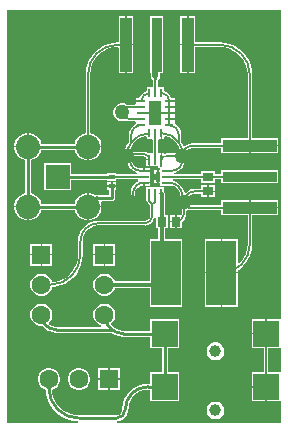
<source format=gtl>
G04*
G04 #@! TF.GenerationSoftware,Altium Limited,Altium Designer,24.1.2 (44)*
G04*
G04 Layer_Physical_Order=1*
G04 Layer_Color=255*
%FSLAX44Y44*%
%MOMM*%
G71*
G04*
G04 #@! TF.SameCoordinates,CE4EC833-A4B3-435F-913A-33A71637FA1F*
G04*
G04*
G04 #@! TF.FilePolarity,Positive*
G04*
G01*
G75*
%ADD13C,0.2540*%
%ADD15R,1.0000X4.5600*%
%ADD16R,0.8500X4.5600*%
%ADD17R,0.7500X0.9000*%
%ADD18R,2.2000X2.2000*%
%ADD19R,0.9906X2.0066*%
%ADD20R,0.2032X0.7112*%
%ADD21R,0.7112X0.2032*%
%ADD22R,0.3048X0.8128*%
%ADD23R,0.8128X0.2794*%
%ADD24R,0.2794X0.8128*%
%ADD25R,0.2794X1.0160*%
%ADD26R,0.5000X0.4000*%
%ADD27R,2.5022X5.5031*%
%ADD28R,0.9200X0.7400*%
%ADD29R,4.5600X1.0000*%
%ADD30R,4.5600X0.8500*%
%ADD42C,0.1270*%
%ADD43C,0.3048*%
%ADD44C,0.5080*%
%ADD45C,0.2032*%
%ADD46C,0.1778*%
%ADD47R,1.6000X1.6000*%
%ADD48C,1.6000*%
%ADD49C,1.0000*%
%ADD50C,2.0500*%
%ADD51R,2.0500X2.0500*%
%ADD52R,1.6000X1.6000*%
%ADD53C,1.2700*%
%ADD54C,0.5080*%
G36*
X796290Y844191D02*
X796950Y844191D01*
X797560Y843173D01*
Y824748D01*
X796950Y823731D01*
X796290Y823731D01*
X786622D01*
Y844191D01*
X796290D01*
D02*
G37*
G36*
X797560Y869748D02*
X796950Y868731D01*
X796290Y868731D01*
X785315D01*
Y856461D01*
X784680D01*
Y855826D01*
X772410D01*
Y844191D01*
X782738D01*
Y823731D01*
X772410D01*
Y812096D01*
X784680D01*
Y811461D01*
X785315D01*
Y799191D01*
X796290D01*
X796950Y799191D01*
X797560Y798173D01*
Y781050D01*
X658609D01*
X658526Y782320D01*
X660512Y782581D01*
X662984Y783605D01*
X665106Y785234D01*
X666735Y787356D01*
X667758Y789828D01*
X668108Y792480D01*
X668108D01*
X668190Y793716D01*
X668383Y795678D01*
X669316Y798753D01*
X670831Y801587D01*
X672869Y804071D01*
X675353Y806110D01*
X678188Y807625D01*
X681263Y808558D01*
X684455Y808872D01*
X684461Y808871D01*
X686410D01*
Y799191D01*
X710950D01*
Y823731D01*
X701270D01*
Y844191D01*
X710950D01*
Y868731D01*
X686410D01*
Y859051D01*
X663729D01*
X663614Y859028D01*
X660241Y859472D01*
X656991Y860818D01*
X654199Y862960D01*
X653224Y864230D01*
X653392Y865072D01*
X655118Y866798D01*
X656338Y868912D01*
X656970Y871270D01*
Y873710D01*
X656338Y876068D01*
X655118Y878182D01*
X653392Y879908D01*
X651278Y881128D01*
X648920Y881760D01*
X646480D01*
X644122Y881128D01*
X642008Y879908D01*
X640282Y878182D01*
X639062Y876068D01*
X638430Y873710D01*
Y871270D01*
X639062Y868912D01*
X640282Y866798D01*
X642008Y865072D01*
X644122Y863852D01*
X644876Y863650D01*
X644709Y862380D01*
X607060D01*
X607032Y862374D01*
X604441Y862715D01*
X602000Y863726D01*
X600900Y864570D01*
X600817Y865837D01*
X601778Y866798D01*
X602998Y868912D01*
X603630Y871270D01*
Y873710D01*
X602998Y876068D01*
X601778Y878182D01*
X600052Y879908D01*
X597938Y881128D01*
X595580Y881760D01*
X593140D01*
X590782Y881128D01*
X588668Y879908D01*
X586942Y878182D01*
X585722Y876068D01*
X585090Y873710D01*
Y871270D01*
X585722Y868912D01*
X586942Y866798D01*
X588668Y865072D01*
X590782Y863852D01*
X593140Y863220D01*
X594953D01*
X596231Y861662D01*
X598552Y859757D01*
X601200Y858342D01*
X604072Y857470D01*
X607060Y857176D01*
Y857200D01*
X653089D01*
X653363Y856976D01*
X656589Y855251D01*
X660089Y854190D01*
X663729Y853831D01*
Y853871D01*
X686410D01*
Y844191D01*
X696090D01*
Y823731D01*
X686410D01*
Y814051D01*
X684461D01*
Y814105D01*
X680242Y813689D01*
X676185Y812459D01*
X672447Y810461D01*
X669170Y807771D01*
X666480Y804494D01*
X664482Y800755D01*
X663251Y796699D01*
X662836Y792480D01*
X662836D01*
X662671Y791278D01*
X662526Y790547D01*
X661431Y788909D01*
X659793Y787814D01*
X657910Y787440D01*
X657860Y787450D01*
X626110D01*
X626000Y787428D01*
X621654Y787856D01*
X617368Y789156D01*
X613419Y791267D01*
X609958Y794108D01*
X607117Y797569D01*
X605006Y801518D01*
X603706Y805804D01*
X603391Y809001D01*
X604288Y809242D01*
X606402Y810462D01*
X608128Y812188D01*
X609348Y814302D01*
X609980Y816660D01*
Y819100D01*
X609348Y821458D01*
X608128Y823572D01*
X606402Y825298D01*
X604288Y826518D01*
X601930Y827150D01*
X599490D01*
X597132Y826518D01*
X595018Y825298D01*
X593292Y823572D01*
X592072Y821458D01*
X591440Y819100D01*
Y816660D01*
X592072Y814302D01*
X593292Y812188D01*
X595018Y810462D01*
X597132Y809242D01*
X598186Y808959D01*
X598429Y805876D01*
X599455Y801599D01*
X601138Y797536D01*
X603436Y793786D01*
X606292Y790442D01*
X609636Y787586D01*
X613386Y785288D01*
X617449Y783605D01*
X621726Y782579D01*
X625012Y782320D01*
X624963Y781050D01*
X565150D01*
Y1130300D01*
X797560D01*
Y869748D01*
D02*
G37*
%LPC*%
G36*
X717715Y1125160D02*
X712080D01*
Y1101725D01*
X717715D01*
Y1125160D01*
D02*
G37*
G36*
X672220D02*
X666585D01*
Y1101725D01*
X672220D01*
Y1125160D01*
D02*
G37*
G36*
X717715Y1100455D02*
X712080D01*
Y1077020D01*
X717715D01*
Y1100455D01*
D02*
G37*
G36*
X672220D02*
X666585D01*
Y1077020D01*
X672220D01*
Y1100455D01*
D02*
G37*
G36*
X665315Y1125160D02*
X659680D01*
Y1104122D01*
X659130Y1103079D01*
X654845Y1102742D01*
X650666Y1101739D01*
X646695Y1100094D01*
X643031Y1097849D01*
X639763Y1095057D01*
X636972Y1091789D01*
X634726Y1088124D01*
X633081Y1084154D01*
X632078Y1079975D01*
X631741Y1075690D01*
X631788D01*
Y1026136D01*
X629283Y1025465D01*
X626657Y1023948D01*
X624512Y1021803D01*
X622995Y1019176D01*
X622498Y1017320D01*
X594162D01*
X593665Y1019176D01*
X592148Y1021803D01*
X590003Y1023948D01*
X587377Y1025465D01*
X584447Y1026250D01*
X583565D01*
Y1014730D01*
X582930D01*
Y1014095D01*
X571410D01*
Y1013213D01*
X572195Y1010284D01*
X573712Y1007657D01*
X575857Y1005512D01*
X578484Y1003995D01*
X580340Y1003498D01*
Y975162D01*
X578484Y974665D01*
X575857Y973148D01*
X573712Y971003D01*
X572195Y968376D01*
X571410Y965447D01*
Y964565D01*
X582930D01*
Y963930D01*
X583565D01*
Y952410D01*
X584447D01*
X587377Y953195D01*
X590003Y954712D01*
X592148Y956857D01*
X593665Y959483D01*
X594162Y961340D01*
X622498D01*
X622995Y959483D01*
X624512Y956857D01*
X626657Y954712D01*
X629283Y953195D01*
X632213Y952410D01*
X633095D01*
Y963930D01*
Y975450D01*
X632213D01*
X629283Y974665D01*
X626657Y973148D01*
X624512Y971003D01*
X622995Y968376D01*
X622498Y966520D01*
X594162D01*
X593665Y968376D01*
X592148Y971003D01*
X590003Y973148D01*
X587377Y974665D01*
X585520Y975162D01*
Y1003498D01*
X587377Y1003995D01*
X590003Y1005512D01*
X592148Y1007657D01*
X593665Y1010284D01*
X594162Y1012140D01*
X622498D01*
X622995Y1010284D01*
X624512Y1007657D01*
X626657Y1005512D01*
X629283Y1003995D01*
X632213Y1003210D01*
X633095D01*
Y1014730D01*
X633730D01*
Y1015365D01*
X645250D01*
Y1016247D01*
X644465Y1019176D01*
X642948Y1021803D01*
X640803Y1023948D01*
X638176Y1025465D01*
X635672Y1026136D01*
Y1075690D01*
X635657Y1075769D01*
X636100Y1080271D01*
X637436Y1084676D01*
X639606Y1088735D01*
X642526Y1092294D01*
X646085Y1095214D01*
X650144Y1097384D01*
X654549Y1098720D01*
X658410Y1099100D01*
X659680Y1098169D01*
Y1077020D01*
X665315D01*
Y1101090D01*
Y1125160D01*
D02*
G37*
G36*
X724620D02*
X718985D01*
Y1101090D01*
Y1077020D01*
X724620D01*
Y1099148D01*
X745490D01*
X745569Y1099163D01*
X750071Y1098720D01*
X754476Y1097384D01*
X758535Y1095214D01*
X762094Y1092294D01*
X765014Y1088735D01*
X767184Y1084676D01*
X768520Y1080271D01*
X768963Y1075769D01*
X768948Y1075690D01*
Y1021800D01*
X746820D01*
Y1017472D01*
X722160D01*
Y1017524D01*
X719465Y1017169D01*
X716953Y1016129D01*
X715780Y1015229D01*
X714310Y1015702D01*
X714235Y1015950D01*
X712696Y1018828D01*
Y1025082D01*
X712744D01*
X712406Y1027651D01*
X711414Y1030045D01*
X709837Y1032101D01*
X707781Y1033678D01*
X707644Y1033735D01*
Y1035304D01*
X707644D01*
Y1035812D01*
X707644D01*
Y1037463D01*
X702818D01*
Y1038733D01*
X707644D01*
Y1040384D01*
X707644D01*
Y1040892D01*
X707644D01*
Y1042543D01*
X702818D01*
Y1043813D01*
X707644D01*
Y1045464D01*
X707644D01*
Y1045972D01*
X707644D01*
Y1047623D01*
X702818D01*
Y1048893D01*
X707644D01*
Y1050544D01*
X707644D01*
Y1051052D01*
X707644D01*
Y1052703D01*
X702818D01*
Y1053973D01*
X707644D01*
Y1055624D01*
X704498D01*
X704497Y1055626D01*
X703615Y1057757D01*
X702210Y1059588D01*
X700379Y1060993D01*
X698248Y1061875D01*
X698246Y1061876D01*
Y1065022D01*
X696595D01*
Y1060196D01*
X695325D01*
Y1065022D01*
X693674D01*
X693211Y1066100D01*
Y1070796D01*
X693273Y1070889D01*
X693398Y1071520D01*
X693627Y1071673D01*
X694469Y1072933D01*
X694765Y1074420D01*
Y1077020D01*
X697670D01*
Y1125160D01*
X686630D01*
Y1077020D01*
X686995D01*
Y1074420D01*
X687291Y1072933D01*
X688133Y1071673D01*
X688362Y1071520D01*
X688487Y1070889D01*
X688549Y1070796D01*
Y1066100D01*
X688086Y1065022D01*
X687279Y1065022D01*
X686435D01*
Y1060196D01*
X685165D01*
Y1065022D01*
X683514D01*
Y1061876D01*
X683512Y1061875D01*
X681381Y1060993D01*
X679550Y1059588D01*
X678146Y1057757D01*
X677263Y1055626D01*
X677262Y1055624D01*
X674116D01*
Y1053973D01*
X678942D01*
Y1052703D01*
X674116D01*
Y1051814D01*
X674116Y1051052D01*
X673199Y1050200D01*
X667337D01*
X667258Y1050246D01*
Y1050285D01*
X667208Y1050275D01*
X665881Y1051041D01*
X663943Y1051560D01*
X661937D01*
X659999Y1051041D01*
X658261Y1050038D01*
X656842Y1048619D01*
X655839Y1046881D01*
X655320Y1044943D01*
Y1042937D01*
X655839Y1040999D01*
X656842Y1039261D01*
X658261Y1037842D01*
X659999Y1036839D01*
X661937Y1036320D01*
X663943D01*
X665760Y1036807D01*
X666760Y1036392D01*
X668782Y1036126D01*
Y1036156D01*
X673199D01*
X674116Y1035304D01*
X674116Y1034542D01*
Y1033772D01*
X673754Y1033622D01*
X671605Y1031973D01*
X669956Y1029824D01*
X668920Y1027321D01*
X668566Y1024636D01*
X668618D01*
Y1019205D01*
X668292Y1018808D01*
X666346Y1015168D01*
X665148Y1011218D01*
X664744Y1007110D01*
X664808D01*
X664956Y1006367D01*
X665377Y1005737D01*
X666007Y1005315D01*
X666750Y1005168D01*
X667178Y1004523D01*
X667291Y1003300D01*
X667291D01*
X667665Y1000461D01*
X668761Y997816D01*
X670503Y995545D01*
X672775Y993802D01*
X675420Y992706D01*
X675108Y991531D01*
X657820D01*
Y992600D01*
X650280D01*
Y991920D01*
X619850D01*
Y1000850D01*
X596810D01*
Y977810D01*
X619850D01*
Y986740D01*
X650280D01*
Y986060D01*
X657820D01*
Y987129D01*
X676021D01*
Y984966D01*
X675591Y984788D01*
X673203Y982956D01*
X671371Y980568D01*
X670219Y977788D01*
X669826Y974804D01*
X669888D01*
Y972820D01*
X670035Y972077D01*
X670457Y971447D01*
X671087Y971025D01*
X671830Y970878D01*
X672573Y971025D01*
X673203Y971447D01*
X673624Y972077D01*
X673772Y972820D01*
Y974804D01*
X673797D01*
X674055Y976760D01*
X674810Y978583D01*
X676011Y980148D01*
X677576Y981349D01*
X678332Y981662D01*
X680720D01*
Y984329D01*
X681355D01*
Y984964D01*
X686689D01*
Y986663D01*
Y993696D01*
X681355D01*
Y994331D01*
X680720D01*
Y996998D01*
X676021D01*
Y996998D01*
X675763Y996826D01*
X674760Y997241D01*
X673311Y998353D01*
X672199Y999802D01*
X671500Y1001489D01*
X671262Y1003300D01*
X671232D01*
X671085Y1004043D01*
X670663Y1004673D01*
X670033Y1005095D01*
X669665Y1005168D01*
X669790Y1006438D01*
X681307D01*
Y1006398D01*
X682298Y1006201D01*
X683138Y1005639D01*
X683212Y1005529D01*
Y1004443D01*
X685244D01*
Y1009142D01*
X684982D01*
X683834Y1009909D01*
X681307Y1010412D01*
Y1010322D01*
X670318D01*
X669376Y1011592D01*
X670001Y1013654D01*
X671582Y1016610D01*
X672173Y1017331D01*
X673708Y1019202D01*
X676300Y1021328D01*
X679256Y1022909D01*
X682244Y1023815D01*
X683093Y1023421D01*
X683514Y1023040D01*
Y1021334D01*
X685165D01*
Y1026160D01*
X686435D01*
Y1021334D01*
X688086D01*
X688938Y1020417D01*
Y1009142D01*
X686514D01*
Y1003808D01*
Y998474D01*
X693214D01*
Y996442D01*
X695071D01*
Y994664D01*
X693539D01*
Y989330D01*
Y983996D01*
X695071D01*
Y981662D01*
X699770D01*
Y984329D01*
X701040D01*
Y981662D01*
X705649D01*
X707010Y981098D01*
X708990Y979579D01*
X710509Y977599D01*
X711464Y975294D01*
X711790Y972820D01*
X711798D01*
X711945Y972077D01*
X712367Y971447D01*
X712997Y971025D01*
X713205Y970984D01*
X713391Y970636D01*
X713009Y967740D01*
X713049D01*
X713068Y967597D01*
Y957930D01*
X712276Y957000D01*
X708945D01*
Y951230D01*
Y945460D01*
X713330D01*
Y950936D01*
X714447Y951793D01*
X715826Y953590D01*
X716693Y955684D01*
X716989Y957930D01*
X716952D01*
Y960596D01*
X718222Y961353D01*
X719620Y961169D01*
Y961188D01*
X746820D01*
Y956860D01*
X768948D01*
Y932161D01*
X768959Y932103D01*
X768539Y927833D01*
X767276Y923671D01*
X765226Y919835D01*
X762467Y916473D01*
X761708Y915851D01*
X760560Y916394D01*
Y936836D01*
X747414D01*
Y908685D01*
X760560D01*
Y910028D01*
X761303Y910425D01*
X765264Y913676D01*
X768515Y917637D01*
X770931Y922157D01*
X772419Y927061D01*
X772921Y932161D01*
X772832D01*
Y956860D01*
X794960D01*
Y962495D01*
X770890D01*
Y963130D01*
X770255D01*
Y969400D01*
X746820D01*
Y965072D01*
X719620D01*
Y965111D01*
X718614Y965312D01*
X717761Y965881D01*
X717287Y966592D01*
X716992Y967740D01*
D01*
X717135Y968913D01*
X717226Y969609D01*
X717947Y971350D01*
X719095Y972845D01*
X720590Y973992D01*
X722331Y974714D01*
X724200Y974960D01*
Y974988D01*
X729460D01*
Y971960D01*
X734695D01*
Y976930D01*
Y981900D01*
X729460D01*
Y978872D01*
X724200D01*
Y978931D01*
X721304Y978549D01*
X718605Y977431D01*
X716634Y975919D01*
X715485Y976244D01*
X715265Y976407D01*
X713948Y979585D01*
X711798Y982387D01*
X708996Y984537D01*
X705739Y985886D01*
Y987388D01*
X729460D01*
Y984360D01*
X741200D01*
Y987388D01*
X746820D01*
Y983810D01*
X794960D01*
Y994850D01*
X746820D01*
Y991272D01*
X741200D01*
Y994300D01*
X729460D01*
Y991272D01*
X706449D01*
X706366Y992542D01*
X707610Y992706D01*
X710255Y993802D01*
X712526Y995545D01*
X714269Y997816D01*
X715365Y1000461D01*
X715739Y1003300D01*
X715682D01*
X715535Y1004043D01*
X715113Y1004673D01*
Y1005737D01*
X715535Y1006367D01*
X715682Y1007110D01*
Y1007288D01*
X716143Y1009603D01*
X717554Y1011715D01*
X719668Y1013127D01*
X722071Y1013605D01*
X722160Y1013588D01*
X746820D01*
Y1009260D01*
X770255D01*
Y1015530D01*
X770890D01*
Y1016165D01*
X794960D01*
Y1021800D01*
X772832D01*
Y1075690D01*
X772879D01*
X772542Y1079975D01*
X771539Y1084154D01*
X769894Y1088124D01*
X767648Y1091789D01*
X764857Y1095057D01*
X761589Y1097849D01*
X757924Y1100094D01*
X753954Y1101739D01*
X749775Y1102742D01*
X745490Y1103079D01*
Y1103032D01*
X724620D01*
Y1125160D01*
D02*
G37*
G36*
X582295Y1026250D02*
X581413D01*
X578484Y1025465D01*
X575857Y1023948D01*
X573712Y1021803D01*
X572195Y1019176D01*
X571410Y1016247D01*
Y1015365D01*
X582295D01*
Y1026250D01*
D02*
G37*
G36*
X794960Y1014895D02*
X771525D01*
Y1009260D01*
X794960D01*
Y1014895D01*
D02*
G37*
G36*
X645250Y1014095D02*
X634365D01*
Y1003210D01*
X635247D01*
X638176Y1003995D01*
X640803Y1005512D01*
X642948Y1007657D01*
X644465Y1010284D01*
X645250Y1013213D01*
Y1014095D01*
D02*
G37*
G36*
X685244Y1003173D02*
X683212D01*
Y998474D01*
X685244D01*
Y1003173D01*
D02*
G37*
G36*
X686689Y996998D02*
X681990D01*
Y994966D01*
X686689D01*
Y996998D01*
D02*
G37*
G36*
X692269Y994664D02*
X690110D01*
Y989965D01*
X692269D01*
Y994664D01*
D02*
G37*
G36*
Y988695D02*
X690110D01*
Y983996D01*
X692269D01*
Y988695D01*
D02*
G37*
G36*
X657820Y984600D02*
X654685D01*
Y981965D01*
X657820D01*
Y984600D01*
D02*
G37*
G36*
X653415D02*
X650280D01*
Y981965D01*
X653415D01*
Y984600D01*
D02*
G37*
G36*
X686689Y983694D02*
X681990D01*
Y981662D01*
X686689D01*
Y983694D01*
D02*
G37*
G36*
X741200Y981900D02*
X735965D01*
Y977565D01*
X741200D01*
Y981900D01*
D02*
G37*
G36*
X657820Y980695D02*
X654050D01*
X650280D01*
Y978060D01*
X651460D01*
Y974140D01*
X641350D01*
Y974178D01*
X639453Y973928D01*
X638176Y974665D01*
X635247Y975450D01*
X634365D01*
Y964565D01*
X645250D01*
Y965447D01*
X644649Y967690D01*
X645496Y968960D01*
X654050D01*
X655041Y969157D01*
X655881Y969719D01*
X656443Y970559D01*
X656640Y971550D01*
Y978060D01*
X657820D01*
Y980695D01*
D02*
G37*
G36*
X741200Y976295D02*
X735965D01*
Y971960D01*
X741200D01*
Y976295D01*
D02*
G37*
G36*
X794960Y969400D02*
X771525D01*
Y963765D01*
X794960D01*
Y969400D01*
D02*
G37*
G36*
X645250Y963295D02*
X634365D01*
Y952410D01*
X635247D01*
X638176Y953195D01*
X640803Y954712D01*
X642948Y956857D01*
X644465Y959483D01*
X645250Y962413D01*
Y963295D01*
D02*
G37*
G36*
X582295D02*
X571410D01*
Y962413D01*
X572195Y959483D01*
X573712Y956857D01*
X575857Y954712D01*
X578484Y953195D01*
X581413Y952410D01*
X582295D01*
Y963295D01*
D02*
G37*
G36*
X707675Y957000D02*
X703290D01*
Y951865D01*
X707675D01*
Y957000D01*
D02*
G37*
G36*
Y950595D02*
X703290D01*
Y945460D01*
X707675D01*
Y950595D01*
D02*
G37*
G36*
X656970Y932560D02*
X648335D01*
Y923925D01*
X656970D01*
Y932560D01*
D02*
G37*
G36*
X603630D02*
X594995D01*
Y923925D01*
X603630D01*
Y932560D01*
D02*
G37*
G36*
X647065D02*
X638430D01*
Y923925D01*
X647065D01*
Y932560D01*
D02*
G37*
G36*
X593725D02*
X585090D01*
Y923925D01*
X593725D01*
Y932560D01*
D02*
G37*
G36*
X656970Y922655D02*
X648335D01*
Y914020D01*
X656970D01*
Y922655D01*
D02*
G37*
G36*
X647065D02*
X638430D01*
Y914020D01*
X647065D01*
Y922655D01*
D02*
G37*
G36*
X603630D02*
X594995D01*
Y914020D01*
X603630D01*
Y922655D01*
D02*
G37*
G36*
X593725D02*
X585090D01*
Y914020D01*
X593725D01*
Y922655D01*
D02*
G37*
G36*
X746144Y936836D02*
X732998D01*
Y908685D01*
X746144D01*
Y936836D01*
D02*
G37*
G36*
X698548Y980186D02*
X683212D01*
Y969518D01*
X683212D01*
X683962Y968559D01*
X684227Y967228D01*
X685192Y965783D01*
X686398Y964978D01*
Y956310D01*
X686393D01*
X686058Y954625D01*
X685103Y953197D01*
X683675Y952243D01*
X681990Y951907D01*
Y951902D01*
X642620D01*
Y951948D01*
X639259Y951617D01*
X636027Y950637D01*
X633049Y949044D01*
X630438Y946902D01*
X628296Y944291D01*
X626703Y941313D01*
X625723Y938081D01*
X625392Y934720D01*
X625438D01*
Y923290D01*
X625453Y923211D01*
X625010Y918709D01*
X623674Y914304D01*
X621504Y910245D01*
X618584Y906686D01*
X615025Y903766D01*
X610966Y901596D01*
X606561Y900260D01*
X603405Y899949D01*
X602998Y901468D01*
X601778Y903582D01*
X600052Y905308D01*
X597938Y906528D01*
X595580Y907160D01*
X593140D01*
X590782Y906528D01*
X588668Y905308D01*
X586942Y903582D01*
X585722Y901468D01*
X585090Y899110D01*
Y896670D01*
X585722Y894312D01*
X586942Y892198D01*
X588668Y890472D01*
X590782Y889252D01*
X593140Y888620D01*
X595580D01*
X597938Y889252D01*
X600052Y890472D01*
X601778Y892198D01*
X602998Y894312D01*
X603455Y896017D01*
X606265Y896238D01*
X610444Y897241D01*
X614414Y898886D01*
X618079Y901132D01*
X621347Y903923D01*
X624138Y907191D01*
X626384Y910855D01*
X628029Y914826D01*
X629032Y919005D01*
X629369Y923290D01*
X629322D01*
Y934720D01*
X629308Y934793D01*
X629752Y938168D01*
X631083Y941381D01*
X633200Y944140D01*
X635959Y946257D01*
X639172Y947588D01*
X642546Y948032D01*
X642620Y948018D01*
X681990D01*
Y947984D01*
X684145Y948268D01*
X686153Y949099D01*
X687878Y950423D01*
X689201Y952147D01*
X690033Y954155D01*
X691290Y953986D01*
Y945460D01*
X693461D01*
Y936836D01*
X685989D01*
Y900739D01*
X656534D01*
X656338Y901468D01*
X655118Y903582D01*
X653392Y905308D01*
X651278Y906528D01*
X648920Y907160D01*
X646480D01*
X644122Y906528D01*
X642008Y905308D01*
X640282Y903582D01*
X639062Y901468D01*
X638430Y899110D01*
Y896670D01*
X639062Y894312D01*
X640282Y892198D01*
X642008Y890472D01*
X644122Y889252D01*
X646480Y888620D01*
X648920D01*
X651278Y889252D01*
X653392Y890472D01*
X655118Y892198D01*
X656338Y894312D01*
X656534Y895041D01*
X685989D01*
Y879264D01*
X713551D01*
Y936836D01*
X699159D01*
Y945460D01*
X701330D01*
Y957000D01*
X699159D01*
Y974423D01*
X699167D01*
X698917Y975681D01*
X698548Y976233D01*
Y980186D01*
D02*
G37*
G36*
X760560Y907415D02*
X747414D01*
Y879264D01*
X760560D01*
Y907415D01*
D02*
G37*
G36*
X746144D02*
X732998D01*
Y879264D01*
X746144D01*
Y907415D01*
D02*
G37*
G36*
X784045Y868731D02*
X772410D01*
Y857096D01*
X784045D01*
Y868731D01*
D02*
G37*
G36*
X742667Y848961D02*
X740693D01*
X738785Y848450D01*
X737075Y847462D01*
X735678Y846066D01*
X734691Y844356D01*
X734180Y842448D01*
Y840473D01*
X734691Y838566D01*
X735678Y836856D01*
X737075Y835459D01*
X738785Y834472D01*
X740693Y833961D01*
X742667D01*
X744575Y834472D01*
X746285Y835459D01*
X747682Y836856D01*
X748669Y838566D01*
X749180Y840473D01*
Y842448D01*
X748669Y844356D01*
X747682Y846066D01*
X746285Y847462D01*
X744575Y848450D01*
X742667Y848961D01*
D02*
G37*
G36*
X660780Y827150D02*
X652145D01*
Y818515D01*
X660780D01*
Y827150D01*
D02*
G37*
G36*
X650875D02*
X642240D01*
Y818515D01*
X650875D01*
Y827150D01*
D02*
G37*
G36*
X660780Y817245D02*
X652145D01*
Y808610D01*
X660780D01*
Y817245D01*
D02*
G37*
G36*
X650875D02*
X642240D01*
Y808610D01*
X650875D01*
Y817245D01*
D02*
G37*
G36*
X627330Y827150D02*
X624890D01*
X622532Y826518D01*
X620418Y825298D01*
X618692Y823572D01*
X617472Y821458D01*
X616840Y819100D01*
Y816660D01*
X617472Y814302D01*
X618692Y812188D01*
X620418Y810462D01*
X622532Y809242D01*
X624890Y808610D01*
X627330D01*
X629688Y809242D01*
X631802Y810462D01*
X633528Y812188D01*
X634748Y814302D01*
X635380Y816660D01*
Y819100D01*
X634748Y821458D01*
X633528Y823572D01*
X631802Y825298D01*
X629688Y826518D01*
X627330Y827150D01*
D02*
G37*
G36*
X784045Y810826D02*
X772410D01*
Y799191D01*
X784045D01*
Y810826D01*
D02*
G37*
G36*
X742667Y798961D02*
X740693D01*
X738785Y798450D01*
X737075Y797462D01*
X735678Y796066D01*
X734691Y794356D01*
X734180Y792448D01*
Y790473D01*
X734691Y788566D01*
X735678Y786856D01*
X737075Y785459D01*
X738785Y784472D01*
X740693Y783961D01*
X742667D01*
X744575Y784472D01*
X746285Y785459D01*
X747682Y786856D01*
X748669Y788566D01*
X749180Y790473D01*
Y792448D01*
X748669Y794356D01*
X747682Y796066D01*
X746285Y797462D01*
X744575Y798450D01*
X742667Y798961D01*
D02*
G37*
%LPD*%
G36*
X696595Y1021334D02*
X698246D01*
Y1023040D01*
X699516Y1023758D01*
X702016Y1023000D01*
X704751Y1021537D01*
X707149Y1019569D01*
X709117Y1017171D01*
X710580Y1014436D01*
X711480Y1011467D01*
X711625Y1009993D01*
X710772Y1009052D01*
X700199D01*
Y1009137D01*
X698875Y1008874D01*
X698548Y1009142D01*
Y1009142D01*
X696516D01*
Y1002792D01*
X695246D01*
Y1009142D01*
X692822D01*
Y1020417D01*
X693674Y1021334D01*
X695325D01*
Y1026160D01*
X696595D01*
Y1021334D01*
D02*
G37*
D13*
X594360Y872490D02*
G03*
X607060Y859790I12700J0D01*
G01*
X653949D02*
G03*
X663729Y856461I9780J12700D01*
G01*
X647700Y872490D02*
G03*
X653949Y859790I16029J0D01*
G01*
X600710Y810260D02*
G03*
X626110Y784860I25400J0D01*
G01*
X657860D02*
G03*
X665480Y792480I0J7620D01*
G01*
X684461Y811461D02*
G03*
X665480Y792480I0J-18981D01*
G01*
X641350Y971550D02*
G03*
X633730Y963930I0J-7620D01*
G01*
X690880Y1071880D02*
Y1074420D01*
X653949Y859790D02*
X654050D01*
X607060D02*
X653949D01*
X663729Y856461D02*
X698680D01*
X600710Y810260D02*
Y817880D01*
X626110Y784860D02*
X657860D01*
X684461Y811461D02*
X698680D01*
Y856461D01*
X582930Y963930D02*
X633730D01*
X641350Y971550D02*
X654050D01*
X608330Y989330D02*
X654050D01*
X582930Y963930D02*
Y1014730D01*
X633730D01*
X654050Y971550D02*
Y981330D01*
D15*
X718350Y1101090D02*
D03*
X665950D02*
D03*
D16*
X692150D02*
D03*
D17*
X708310Y951230D02*
D03*
X696310D02*
D03*
D18*
X784680Y856461D02*
D03*
X698680D02*
D03*
Y811461D02*
D03*
X784680D02*
D03*
D19*
X690880Y1043178D02*
D03*
D20*
X685800Y1060196D02*
D03*
X690880D02*
D03*
X695960D02*
D03*
Y1026160D02*
D03*
X690880D02*
D03*
X685800D02*
D03*
D21*
X702818Y1053338D02*
D03*
Y1048258D02*
D03*
Y1043178D02*
D03*
Y1038098D02*
D03*
Y1033018D02*
D03*
X678942D02*
D03*
Y1038098D02*
D03*
Y1043178D02*
D03*
Y1048258D02*
D03*
Y1053338D02*
D03*
D22*
X692904Y989330D02*
D03*
D23*
X700405Y994331D02*
D03*
Y989330D02*
D03*
Y984329D02*
D03*
X681355D02*
D03*
Y989330D02*
D03*
Y994331D02*
D03*
D24*
X695881Y974852D02*
D03*
X690880D02*
D03*
X685879D02*
D03*
Y1003808D02*
D03*
X690880D02*
D03*
D25*
X695881Y1002792D02*
D03*
D26*
X654050Y981330D02*
D03*
Y989330D02*
D03*
D27*
X746779Y908050D02*
D03*
X699770D02*
D03*
D28*
X735330Y989330D02*
D03*
Y976930D02*
D03*
D29*
X770890Y963130D02*
D03*
Y1015530D02*
D03*
D30*
Y989330D02*
D03*
D42*
X659130Y1101090D02*
G03*
X633730Y1075690I0J-25400D01*
G01*
X770890D02*
G03*
X745490Y1101090I-25400J0D01*
G01*
X667258Y1048258D02*
G03*
X662940Y1043940I0J-4318D01*
G01*
D02*
G03*
X668782Y1038098I5842J0D01*
G01*
X685879Y968931D02*
G03*
X688340Y966470I2461J0D01*
G01*
D02*
G03*
X690880Y969010I0J2540D01*
G01*
X681990Y949960D02*
G03*
X688340Y956310I0J6350D01*
G01*
X642620Y949960D02*
G03*
X627380Y934720I0J-15240D01*
G01*
X601980Y897890D02*
G03*
X627380Y923290I0J25400D01*
G01*
X713740Y1008380D02*
G03*
X710754Y1018243I-17780J0D01*
G01*
X722160Y1015530D02*
G03*
X713740Y1007110I0J-8420D01*
G01*
X724200Y976930D02*
G03*
X715010Y967740I0J-9190D01*
G01*
D02*
G03*
X719620Y963130I4610J0D01*
G01*
X746779Y908050D02*
G03*
X770890Y932161I0J24111D01*
G01*
X708310Y951230D02*
G03*
X715010Y957930I0J6700D01*
G01*
X713740Y972820D02*
G03*
X702231Y984329I-11509J0D01*
G01*
X685800Y1060196D02*
G03*
X678942Y1053338I0J-6858D01*
G01*
X702818D02*
G03*
X695960Y1060196I-6858J0D01*
G01*
X710754Y1025082D02*
G03*
X702818Y1033018I-7936J0D01*
G01*
X670560Y1018540D02*
G03*
X666750Y1007110I15240J-11430D01*
G01*
X685800Y1026160D02*
G03*
X670560Y1018540I0J-19050D01*
G01*
X678942Y1033018D02*
G03*
X670560Y1024636I0J-8382D01*
G01*
X710754Y1018243D02*
G03*
X695960Y1026160I-14794J-9863D01*
G01*
X700199Y1007110D02*
G03*
X695881Y1002792I0J-4318D01*
G01*
X685879Y1003808D02*
G03*
X681307Y1008380I-4572J0D01*
G01*
X681355Y984329D02*
G03*
X671830Y974804I0J-9525D01*
G01*
X704771Y994331D02*
G03*
X713740Y1003300I0J8969D01*
G01*
X669290D02*
G03*
X678259Y994331I8969J0D01*
G01*
X718350Y1101090D02*
X745490D01*
X659130D02*
X665950D01*
X633730Y1014730D02*
Y1075690D01*
X770890Y1015530D02*
Y1075690D01*
X722160Y1015530D02*
X770890D01*
X667258Y1048258D02*
X678942D01*
X668782Y1038098D02*
X678942D01*
X688340Y956310D02*
Y966470D01*
X690880Y969010D02*
Y974852D01*
X685879Y968931D02*
Y974852D01*
X642620Y949960D02*
X681990D01*
X627380Y923290D02*
Y934720D01*
X594360Y897890D02*
X601980D01*
X700199Y1007110D02*
X713740D01*
Y1008380D01*
X715010Y957930D02*
Y967740D01*
X719620Y963130D02*
X770890D01*
Y932161D02*
Y963130D01*
X784680Y811461D02*
Y856461D01*
X724200Y976930D02*
X735330D01*
X700405Y989330D02*
X735330D01*
X770890D01*
X678942Y1043178D02*
X690880D01*
X702818D01*
Y1048258D02*
Y1053338D01*
Y1033018D02*
Y1038098D01*
Y1043178D01*
Y1048258D01*
X670560Y1018540D02*
Y1024636D01*
X710754Y1018243D02*
Y1025082D01*
X669290Y1008380D02*
X681307D01*
X690880Y1003808D02*
Y1026160D01*
X700405Y984329D02*
X702231D01*
X671830Y972820D02*
Y974804D01*
X700405Y994331D02*
X704771D01*
X678259D02*
X681355D01*
D43*
X696310Y974423D02*
G03*
X695881Y974852I-429J0D01*
G01*
X689610Y897890D02*
G03*
X699770Y908050I0J10160D01*
G01*
X696310Y911510D02*
G03*
X699770Y908050I3460J0D01*
G01*
X696310Y911510D02*
Y951230D01*
Y974423D01*
X647700Y897890D02*
X689610D01*
D44*
X690880Y1074420D02*
Y1083310D01*
D45*
Y1060196D02*
Y1071880D01*
D46*
X654050Y989330D02*
X681355D01*
D47*
X647700Y923290D02*
D03*
X594360D02*
D03*
D48*
X647700Y897890D02*
D03*
Y872490D02*
D03*
X626110Y817880D02*
D03*
X600710D02*
D03*
X594360Y897890D02*
D03*
Y872490D02*
D03*
D49*
X741680Y841461D02*
D03*
Y791461D02*
D03*
D50*
X633730Y1014730D02*
D03*
Y963930D02*
D03*
X582930D02*
D03*
Y1014730D02*
D03*
D51*
X608330Y989330D02*
D03*
D52*
X651510Y817880D02*
D03*
D53*
X662940Y1043940D02*
D03*
X647700Y923290D02*
D03*
X594360D02*
D03*
X669290Y967740D02*
D03*
X715010D02*
D03*
X713740Y1007110D02*
D03*
X666750D02*
D03*
D54*
X690880Y989330D02*
D03*
M02*

</source>
